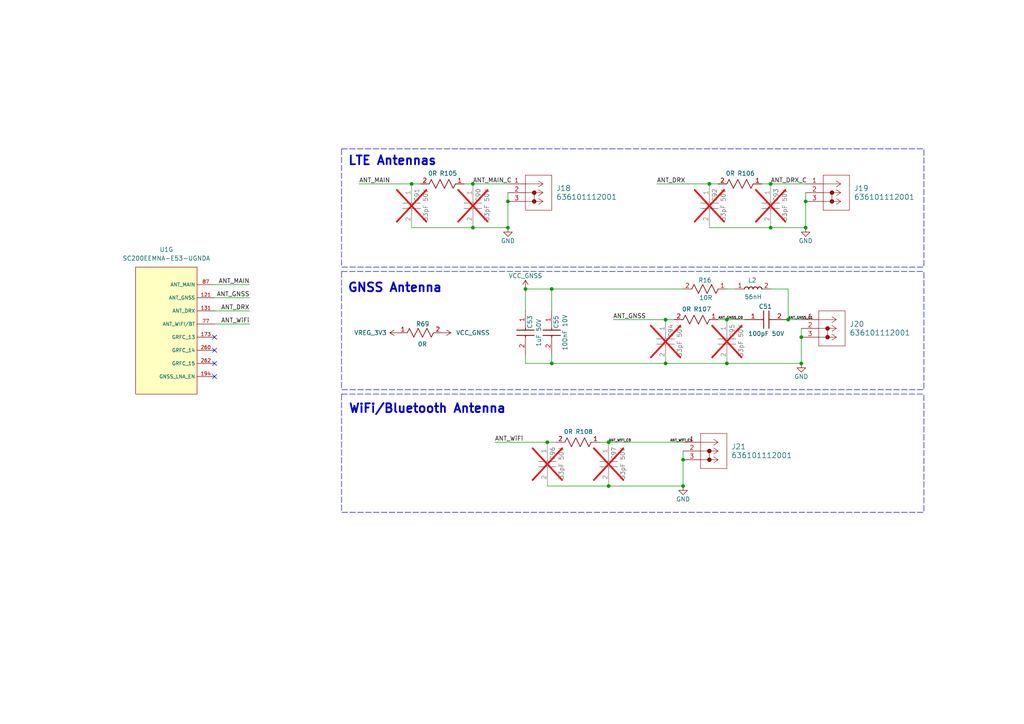
<source format=kicad_sch>
(kicad_sch (version 20250114) (generator "eeschema") (generator_version "9.0")
  (paper "A4")
  (title_block (title "Antennas") (date "2025-10-07") (rev "v1.0") (company "Author: Mehmet Cihangir") (comment 1 "CamTracker"))
  (lib_symbols
    (symbol "CamTracker:636101112001" (pin_names (offset 0.254) (hide yes))
      (property "Reference" "J" (at -3.302 6.35 0))
      (property "Value" "636101112001" (at 0.508 -6.096 0))
      (symbol "636101112001_1_1"
        (polyline (pts (xy -3.81 5.08) (xy -3.81 -5.08)) (stroke (width 0.127)))
        (polyline (pts (xy -3.81 -5.08) (xy 3.81 -5.08)) (stroke (width 0.127)))
        (circle (center -1.27 0) (radius 0.127) (stroke (width 0.508)))
        (polyline (pts (xy -1.27 0) (xy -1.27 -2.54)) (stroke (width 0.127)))
        (circle (center -1.27 -2.54) (radius 0.127) (stroke (width 0.508)))
        (polyline (pts (xy 1.27 2.54) (xy -3.81 2.54)) (stroke (width 0.127)))
        (polyline (pts (xy 1.27 2.54) (xy 0 3.3867)) (stroke (width 0.127)))
        (polyline (pts (xy 1.27 2.54) (xy 0 1.6933)) (stroke (width 0.127)))
        (polyline (pts (xy 1.27 0) (xy -3.81 0)) (stroke (width 0.127)))
        (polyline (pts (xy 1.27 0) (xy 0 0.8467)) (stroke (width 0.127)))
        (polyline (pts (xy 1.27 0) (xy 0 -0.8467)) (stroke (width 0.127)))
        (polyline (pts (xy 1.27 -2.54) (xy -3.81 -2.54)) (stroke (width 0.127)))
        (polyline (pts (xy 1.27 -2.54) (xy 0 -1.6933)) (stroke (width 0.127)))
        (polyline (pts (xy 1.27 -2.54) (xy 0 -3.3867)) (stroke (width 0.127)))
        (polyline (pts (xy 3.81 5.08) (xy -3.81 5.08)) (stroke (width 0.127)))
        (polyline (pts (xy 3.81 -5.08) (xy 3.81 5.08)) (stroke (width 0.127)))
        (pin passive line (at -8.89 2.54 0) (length 5.08) (name "SIGNAL") (number "1"))
        (pin passive line (at -8.89 0 0) (length 5.08) (name "GND") (number "2"))
        (pin passive line (at -8.89 -2.54 0) (length 5.08) (name "GND") (number "3"))
      )
      (symbol "636101112001_1_2"
        (polyline (pts (xy 5.08 2.54) (xy 5.08 -7.62)) (stroke (width 0.127)))
        (polyline (pts (xy 5.08 -7.62) (xy 12.7 -7.62)) (stroke (width 0.127)))
        (polyline (pts (xy 6.35 -2.54) (xy 6.35 -5.08)) (stroke (width 0.127)))
        (circle (center 6.35 -2.54) (radius 0.127) (stroke (width 0.508)))
        (circle (center 6.35 -5.08) (radius 0.127) (stroke (width 0.508)))
        (polyline (pts (xy 7.62 0) (xy 5.08 0)) (stroke (width 0.127)))
        (polyline (pts (xy 7.62 0) (xy 8.89 0.8467)) (stroke (width 0.127)))
        (polyline (pts (xy 7.62 0) (xy 8.89 -0.8467)) (stroke (width 0.127)))
        (polyline (pts (xy 7.62 -2.54) (xy 5.08 -2.54)) (stroke (width 0.127)))
        (polyline (pts (xy 7.62 -2.54) (xy 8.89 -1.6933)) (stroke (width 0.127)))
        (polyline (pts (xy 7.62 -2.54) (xy 8.89 -3.3867)) (stroke (width 0.127)))
        (polyline (pts (xy 7.62 -5.08) (xy 5.08 -5.08)) (stroke (width 0.127)))
        (polyline (pts (xy 7.62 -5.08) (xy 8.89 -4.2333)) (stroke (width 0.127)))
        (polyline (pts (xy 7.62 -5.08) (xy 8.89 -5.9267)) (stroke (width 0.127)))
        (polyline (pts (xy 12.7 2.54) (xy 5.08 2.54)) (stroke (width 0.127)))
        (polyline (pts (xy 12.7 -7.62) (xy 12.7 2.54)) (stroke (width 0.127)))
        (pin unspecified line (at 0 0 0) (length 5.08) (name "SIGNAL") (number "1"))
        (pin unspecified line (at 0 -2.54 0) (length 5.08) (name "GND") (number "2"))
        (pin unspecified line (at 0 -5.08 0) (length 5.08) (name "GND") (number "3"))
      )
    )
    (symbol "CamTracker:744784156A" (pin_names (hide yes))
      (property "Reference" "L" (at -5.588 5.842 0))
      (property "Value" "56nH" (at -5.588 3.302 0))
      (symbol "744784156A_1_1"
        (arc (start -2.54 0) (mid -1.905 0.6103) (end -1.27 0) (stroke (width 0.254)))
        (arc (start -1.27 0) (mid -0.635 0.6103) (end 0 0) (stroke (width 0.254)))
        (arc (start 0 0) (mid 0.635 0.6103) (end 1.27 0) (stroke (width 0.254)))
        (arc (start 1.27 0) (mid 1.905 0.6103) (end 2.54 0) (stroke (width 0.254)))
        (pin passive line (at -5.08 0 0) (length 2.54) (name "1") (number "1"))
        (pin passive line (at 5.08 0 180) (length 2.54) (name "2") (number "2"))
      )
    )
    (symbol "CamTracker:CRCW08050000Z0EA" (pin_names (hide yes))
      (property "Reference" "R130" (at -1.778 -3.302 0))
      (property "Value" "0R" (at 2.794 -3.302 0))
      (symbol "CRCW08050000Z0EA_1_1"
        (polyline (pts (xy -3.81 0) (xy -3.175 1.27)) (stroke (width 0.2032)))
        (polyline (pts (xy -3.175 1.27) (xy -1.905 -1.27)) (stroke (width 0.2032)))
        (polyline (pts (xy -1.905 -1.27) (xy -0.635 1.27)) (stroke (width 0.2032)))
        (polyline (pts (xy -0.635 1.27) (xy 0.635 -1.27)) (stroke (width 0.2032)))
        (polyline (pts (xy 0.635 -1.27) (xy 1.905 1.27)) (stroke (width 0.2032)))
        (polyline (pts (xy 1.905 1.27) (xy 3.175 -1.27)) (stroke (width 0.2032)))
        (polyline (pts (xy 3.175 -1.27) (xy 3.81 0)) (stroke (width 0.2032)))
        (pin passive line (at -6.35 0 0) (length 2.54) (name "") (number "2"))
        (pin passive line (at 6.35 0 180) (length 2.54) (name "") (number "1"))
      )
    )
    (symbol "CamTracker:GRM1555C1H101JA01J" (pin_names (hide yes))
      (property "Reference" "C" (at -0.508 4.826 0))
      (property "Value" "100pF 50V" (at -4.318 -3.048 0))
      (symbol "GRM1555C1H101JA01J_1_1"
        (polyline (pts (xy -1.27 0) (xy -0.762 0)) (stroke (width 0.254)))
        (polyline (pts (xy -0.762 2.54) (xy -0.762 -2.54)) (stroke (width 0.254)))
        (polyline (pts (xy 0.762 2.54) (xy 0.762 -2.54)) (stroke (width 0.254)))
        (polyline (pts (xy 0.762 0) (xy 1.27 0)) (stroke (width 0.254)))
        (pin passive line (at -6.35 0 0) (length 5.08) (name "1") (number "1"))
        (pin passive line (at 6.35 0 180) (length 5.08) (name "2") (number "2"))
      )
    )
    (symbol "CamTracker:GRM1555C1H330JA01D" (pin_names (hide yes))
      (property "Reference" "C" (at -0.508 4.826 0))
      (property "Value" "33pF 50V" (at -4.318 -3.048 0))
      (symbol "GRM1555C1H330JA01D_1_1"
        (polyline (pts (xy -1.27 0) (xy -0.762 0)) (stroke (width 0.254)))
        (polyline (pts (xy -0.762 2.54) (xy -0.762 -2.54)) (stroke (width 0.254)))
        (polyline (pts (xy 0.762 2.54) (xy 0.762 -2.54)) (stroke (width 0.254)))
        (polyline (pts (xy 0.762 0) (xy 1.27 0)) (stroke (width 0.254)))
        (pin passive line (at -6.35 0 0) (length 5.08) (name "1") (number "1"))
        (pin passive line (at 6.35 0 180) (length 5.08) (name "2") (number "2"))
      )
    )
    (symbol "CamTracker:GRM155R61H105KE05D" (pin_names (hide yes))
      (property "Reference" "C" (at -0.762 4.572 0))
      (property "Value" "1uF 50V" (at -4.064 -2.794 0))
      (symbol "GRM155R61H105KE05D_1_1"
        (polyline (pts (xy -1.27 0) (xy -0.762 0)) (stroke (width 0.254)))
        (polyline (pts (xy -0.762 2.54) (xy -0.762 -2.54)) (stroke (width 0.254)))
        (polyline (pts (xy 0.762 2.54) (xy 0.762 -2.54)) (stroke (width 0.254)))
        (polyline (pts (xy 0.762 0) (xy 1.27 0)) (stroke (width 0.254)))
        (pin passive line (at -6.35 0 0) (length 5.08) (name "1") (number "1"))
        (pin passive line (at 6.35 0 180) (length 5.08) (name "2") (number "2"))
      )
    )
    (symbol "CamTracker:GRM155R71A104KA01D" (pin_names (hide yes))
      (property "Reference" "C" (at -1.016 4.318 0))
      (property "Value" "100nF 10V" (at -4.826 -3.048 0))
      (symbol "GRM155R71A104KA01D_1_1"
        (polyline (pts (xy -1.27 0) (xy -0.762 0)) (stroke (width 0.254)))
        (polyline (pts (xy -0.762 2.54) (xy -0.762 -2.54)) (stroke (width 0.254)))
        (polyline (pts (xy 0.762 2.54) (xy 0.762 -2.54)) (stroke (width 0.254)))
        (polyline (pts (xy 0.762 0) (xy 1.27 0)) (stroke (width 0.254)))
        (pin passive line (at -6.35 0 0) (length 5.08) (name "1") (number "1"))
        (pin passive line (at 6.35 0 180) (length 5.08) (name "2") (number "2"))
      )
    )
    (symbol "CamTracker:RC0402JR-070RL" (pin_names (offset 0.254))
      (property "Reference" "R" (at 0 3.302 0))
      (property "Value" "0R" (at 0 -3.81 0))
      (symbol "RC0402JR-070RL_1_1"
        (polyline (pts (xy -3.81 0) (xy -3.175 1.27)) (stroke (width 0.2032)))
        (polyline (pts (xy -3.175 1.27) (xy -1.905 -1.27)) (stroke (width 0.2032)))
        (polyline (pts (xy -1.905 -1.27) (xy -0.635 1.27)) (stroke (width 0.2032)))
        (polyline (pts (xy -0.635 1.27) (xy 0.635 -1.27)) (stroke (width 0.2032)))
        (polyline (pts (xy 0.635 -1.27) (xy 1.905 1.27)) (stroke (width 0.2032)))
        (polyline (pts (xy 1.905 1.27) (xy 3.175 -1.27)) (stroke (width 0.2032)))
        (polyline (pts (xy 3.175 -1.27) (xy 3.81 0)) (stroke (width 0.2032)))
        (pin passive line (at -6.35 0 0) (length 2.54) (name "") (number "2"))
        (pin passive line (at 6.35 0 180) (length 2.54) (name "") (number "1"))
      )
      (symbol "RC0402JR-070RL_1_2"
        (polyline (pts (xy -1.27 8.255) (xy 1.27 9.525)) (stroke (width 0.2032)))
        (polyline (pts (xy -1.27 5.715) (xy 1.27 6.985)) (stroke (width 0.2032)))
        (polyline (pts (xy -1.27 3.175) (xy 1.27 4.445)) (stroke (width 0.2032)))
        (polyline (pts (xy 0 2.54) (xy -1.27 3.175)) (stroke (width 0.2032)))
        (polyline (pts (xy 1.27 9.525) (xy 0 10.16)) (stroke (width 0.2032)))
        (polyline (pts (xy 1.27 6.985) (xy -1.27 8.255)) (stroke (width 0.2032)))
        (polyline (pts (xy 1.27 4.445) (xy -1.27 5.715)) (stroke (width 0.2032)))
        (pin unspecified line (at 0 12.7 270) (length 2.54) (name "") (number "1"))
        (pin unspecified line (at 0 0 90) (length 2.54) (name "") (number "2"))
      )
    )
    (symbol "CamTracker:RC0402JR-0710RL" (pin_names (offset 0.254))
      (property "Reference" "R" (at 0 3.302 0))
      (property "Value" "10R" (at 0 -3.81 0))
      (symbol "RC0402JR-0710RL_1_1"
        (polyline (pts (xy -3.81 0) (xy -3.175 1.27)) (stroke (width 0.2032)))
        (polyline (pts (xy -3.175 1.27) (xy -1.905 -1.27)) (stroke (width 0.2032)))
        (polyline (pts (xy -1.905 -1.27) (xy -0.635 1.27)) (stroke (width 0.2032)))
        (polyline (pts (xy -0.635 1.27) (xy 0.635 -1.27)) (stroke (width 0.2032)))
        (polyline (pts (xy 0.635 -1.27) (xy 1.905 1.27)) (stroke (width 0.2032)))
        (polyline (pts (xy 1.905 1.27) (xy 3.175 -1.27)) (stroke (width 0.2032)))
        (polyline (pts (xy 3.175 -1.27) (xy 3.81 0)) (stroke (width 0.2032)))
        (pin passive line (at -6.35 0 0) (length 2.54) (name "") (number "2"))
        (pin passive line (at 6.35 0 180) (length 2.54) (name "") (number "1"))
      )
      (symbol "RC0402JR-0710RL_1_2"
        (polyline (pts (xy -1.27 8.255) (xy 1.27 9.525)) (stroke (width 0.2032)))
        (polyline (pts (xy -1.27 5.715) (xy 1.27 6.985)) (stroke (width 0.2032)))
        (polyline (pts (xy -1.27 3.175) (xy 1.27 4.445)) (stroke (width 0.2032)))
        (polyline (pts (xy 0 2.54) (xy -1.27 3.175)) (stroke (width 0.2032)))
        (polyline (pts (xy 1.27 9.525) (xy 0 10.16)) (stroke (width 0.2032)))
        (polyline (pts (xy 1.27 6.985) (xy -1.27 8.255)) (stroke (width 0.2032)))
        (polyline (pts (xy 1.27 4.445) (xy -1.27 5.715)) (stroke (width 0.2032)))
        (pin unspecified line (at 0 12.7 270) (length 2.54) (name "") (number "1"))
        (pin unspecified line (at 0 0 90) (length 2.54) (name "") (number "2"))
      )
    )
    (symbol "CamTracker:SC200E"
      (property "Reference" "U" (at -34.544 72.644 0))
      (property "Value" "SC200EEMNA-E53-UGNDA" (at 39.116 -77.089 0))
      (symbol "SC200E_1_0"
        (unit_name "Power")
        (pin passive line (at -40.64 64.77 0) (length 5.08) (name "GND") (number "3"))
        (pin passive line (at -40.64 62.23 0) (length 5.08) (name "GND") (number "7"))
        (pin passive line (at -40.64 59.69 0) (length 5.08) (name "GND") (number "12"))
        (pin passive line (at -40.64 57.15 0) (length 5.08) (name "GND") (number "15"))
        (pin passive line (at -40.64 54.61 0) (length 5.08) (name "GND") (number "27"))
        (pin passive line (at -40.64 52.07 0) (length 5.08) (name "GND") (number "51"))
        (pin passive line (at -40.64 49.53 0) (length 5.08) (name "GND") (number "62"))
        (pin passive line (at -40.64 46.99 0) (length 5.08) (name "GND") (number "69"))
        (pin passive line (at -40.64 44.45 0) (length 5.08) (name "GND") (number "76"))
        (pin passive line (at -40.64 41.91 0) (length 5.08) (name "GND") (number "78"))
        (pin passive line (at -40.64 39.37 0) (length 5.08) (name "GND") (number "85"))
        (pin passive line (at -40.64 36.83 0) (length 5.08) (name "GND") (number "86"))
        (pin passive line (at -40.64 34.29 0) (length 5.08) (name "GND") (number "88"))
        (pin passive line (at -40.64 31.75 0) (length 5.08) (name "GND") (number "89"))
        (pin passive line (at -40.64 29.21 0) (length 5.08) (name "GND") (number "120"))
        (pin passive line (at -40.64 26.67 0) (length 5.08) (name "GND") (number "122"))
        (pin passive line (at -40.64 24.13 0) (length 5.08) (name "GND") (number "130"))
        (pin passive line (at -40.64 21.59 0) (length 5.08) (name "GND") (number "132"))
        (pin passive line (at -40.64 19.05 0) (length 5.08) (name "GND") (number "135"))
        (pin passive line (at -40.64 16.51 0) (length 5.08) (name "GND") (number "140"))
        (pin passive line (at -40.64 13.97 0) (length 5.08) (name "GND") (number "143"))
        (pin passive line (at -40.64 11.43 0) (length 5.08) (name "GND") (number "144"))
        (pin passive line (at -40.64 8.89 0) (length 5.08) (name "GND") (number "162"))
        (pin passive line (at -40.64 6.35 0) (length 5.08) (name "GND") (number "171"))
        (pin passive line (at -40.64 3.81 0) (length 5.08) (name "GND") (number "172"))
        (pin passive line (at -40.64 1.27 0) (length 5.08) (name "GND") (number "176"))
        (pin passive line (at -40.64 -1.27 0) (length 5.08) (name "GND") (number "187"))
        (pin passive line (at -40.64 -3.81 0) (length 5.08) (name "GND") (number "188"))
        (pin passive line (at -40.64 -6.35 0) (length 5.08) (name "GND") (number "189"))
        (pin passive line (at -40.64 -8.89 0) (length 5.08) (name "GND") (number "190"))
        (pin passive line (at -40.64 -11.43 0) (length 5.08) (name "GND") (number "191"))
        (pin passive line (at -40.64 -13.97 0) (length 5.08) (name "GND") (number "202"))
        (pin passive line (at -40.64 -16.51 0) (length 5.08) (name "GND") (number "203"))
        (pin passive line (at -40.64 -19.05 0) (length 5.08) (name "GND") (number "204"))
        (pin passive line (at -40.64 -21.59 0) (length 5.08) (name "GND") (number "206"))
        (pin passive line (at -40.64 -24.13 0) (length 5.08) (name "GND") (number "207"))
        (pin passive line (at -40.64 -26.67 0) (length 5.08) (name "GND") (number "208"))
        (pin passive line (at -40.64 -29.21 0) (length 5.08) (name "GND") (number "209"))
        (pin passive line (at -40.64 -31.75 0) (length 5.08) (name "GND") (number "210"))
        (pin passive line (at -40.64 -34.29 0) (length 5.08) (name "GND") (number "211"))
        (pin passive line (at -40.64 -36.83 0) (length 5.08) (name "GND") (number "212"))
        (pin passive line (at -40.64 -39.37 0) (length 5.08) (name "GND") (number "213"))
        (pin passive line (at -40.64 -41.91 0) (length 5.08) (name "GND") (number "214"))
        (pin passive line (at -40.64 -44.45 0) (length 5.08) (name "GND") (number "215"))
        (pin passive line (at -40.64 -46.99 0) (length 5.08) (name "GND") (number "216"))
        (pin passive line (at -40.64 -49.53 0) (length 5.08) (name "GND") (number "217"))
        (pin passive line (at -40.64 -52.07 0) (length 5.08) (name "GND") (number "218"))
        (pin passive line (at -40.64 -54.61 0) (length 5.08) (name "GND") (number "219"))
        (pin passive line (at -40.64 -57.15 0) (length 5.08) (name "GND") (number "220"))
        (pin passive line (at -40.64 -59.69 0) (length 5.08) (name "GND") (number "221"))
        (pin passive line (at -40.64 -62.23 0) (length 5.08) (name "GND") (number "222"))
        (pin passive line (at -40.64 -64.77 0) (length 5.08) (name "GND") (number "223"))
        (pin passive line (at -40.64 -67.31 0) (length 5.08) (name "GND") (number "224"))
        (pin passive line (at -25.4 -76.2 90) (length 5.08) (name "RESERVED") (number "16"))
        (pin passive line (at -21.59 -76.2 90) (length 5.08) (name "RESERVED") (number "167"))
        (pin passive line (at -17.78 -76.2 90) (length 5.08) (name "RESERVED") (number "168"))
        (pin passive line (at -13.97 -76.2 90) (length 5.08) (name "RESERVED") (number "169"))
        (pin passive line (at -10.16 -76.2 90) (length 5.08) (name "RESERVED") (number "170"))
        (pin passive line (at -6.35 -76.2 90) (length 5.08) (name "RESERVED") (number "174"))
        (pin passive line (at -2.54 -76.2 90) (length 5.08) (name "RESERVED") (number "175"))
        (pin passive line (at 1.27 -76.2 90) (length 5.08) (name "RESERVED") (number "178"))
        (pin passive line (at 5.08 -76.2 90) (length 5.08) (name "RESERVED") (number "179"))
        (pin passive line (at 8.89 -76.2 90) (length 5.08) (name "RESERVED") (number "193"))
        (pin passive line (at 12.7 -76.2 90) (length 5.08) (name "RESERVED") (number "232"))
        (pin passive line (at 16.51 -76.2 90) (length 5.08) (name "RESERVED") (number "242"))
        (pin passive line (at 20.32 -76.2 90) (length 5.08) (name "RESERVED") (number "257"))
        (pin passive line (at 24.13 -76.2 90) (length 5.08) (name "RESERVED") (number "263"))
        (pin power_in line (at 39.37 64.77 180) (length 5.08) (name "VBAT") (number "1"))
        (pin power_in line (at 39.37 62.23 180) (length 5.08) (name "VBAT") (number "2"))
        (pin power_in line (at 39.37 59.69 180) (length 5.08) (name "VBAT") (number "145"))
        (pin power_in line (at 39.37 57.15 180) (length 5.08) (name "VBAT") (number "146"))
        (pin power_out line (at 39.37 52.07 180) (length 5.08) (name "LDO15A_1V8") (number "111"))
        (pin power_out line (at 39.37 49.53 180) (length 5.08) (name "LDO_IOVDD") (number "125"))
        (pin passive line (at 39.37 46.99 180) (length 5.08) (name "VRTC") (number "126"))
        (pin power_out line (at 39.37 44.45 180) (length 5.08) (name "VDD_2V8") (number "129"))
        (pin power_out line (at 39.37 41.91 180) (length 5.08) (name "LDO17A_3V0") (number "156"))
        (pin power_out line (at 39.37 39.37 180) (length 5.08) (name "VPH_PWR") (number "184"))
        (pin power_out line (at 39.37 34.29 180) (length 5.08) (name "BAT_P") (number "133"))
        (pin input line (at 39.37 31.75 180) (length 5.08) (name "BATH_THERM") (number "134"))
        (pin power_out line (at 39.37 29.21 180) (length 5.08) (name "BAT_M") (number "183"))
        (pin input line (at 39.37 26.67 180) (length 5.08) (name "BAT_ID") (number "185"))
        (pin passive line (at 39.37 21.59 180) (length 5.08) (name "CBL_PWR_N") (number "186"))
        (pin passive line (at 39.37 15.24 180) (length 5.08) (name "GND") (number "274"))
        (pin passive line (at 39.37 12.7 180) (length 5.08) (name "GND") (number "273"))
        (pin passive line (at 39.37 10.16 180) (length 5.08) (name "GND") (number "272"))
        (pin passive line (at 39.37 7.62 180) (length 5.08) (name "GND") (number "271"))
        (pin passive line (at 39.37 5.08 180) (length 5.08) (name "GND") (number "269"))
        (pin passive line (at 39.37 2.54 180) (length 5.08) (name "GND") (number "268"))
        (pin passive line (at 39.37 0 180) (length 5.08) (name "GND") (number "266"))
        (pin passive line (at 39.37 -2.54 180) (length 5.08) (name "GND") (number "261"))
        (pin passive line (at 39.37 -5.08 180) (length 5.08) (name "GND") (number "259"))
        (pin passive line (at 39.37 -7.62 180) (length 5.08) (name "GND") (number "258"))
        (pin passive line (at 39.37 -10.16 180) (length 5.08) (name "GND") (number "256"))
        (pin passive line (at 39.37 -12.7 180) (length 5.08) (name "GND") (number "255"))
        (pin passive line (at 39.37 -15.24 180) (length 5.08) (name "GND") (number "251"))
        (pin passive line (at 39.37 -17.78 180) (length 5.08) (name "GND") (number "250"))
        (pin passive line (at 39.37 -20.32 180) (length 5.08) (name "GND") (number "248"))
        (pin passive line (at 39.37 -22.86 180) (length 5.08) (name "GND") (number "247"))
        (pin passive line (at 39.37 -25.4 180) (length 5.08) (name "GND") (number "245"))
        (pin passive line (at 39.37 -27.94 180) (length 5.08) (name "GND") (number "244"))
        (pin passive line (at 39.37 -30.48 180) (length 5.08) (name "GND") (number "243"))
        (pin passive line (at 39.37 -33.02 180) (length 5.08) (name "GND") (number "241"))
        (pin passive line (at 39.37 -35.56 180) (length 5.08) (name "GND") (number "240"))
        (pin passive line (at 39.37 -38.1 180) (length 5.08) (name "GND") (number "238"))
        (pin passive line (at 39.37 -40.64 180) (length 5.08) (name "GND") (number "237"))
        (pin passive line (at 39.37 -43.18 180) (length 5.08) (name "GND") (number "236"))
        (pin passive line (at 39.37 -45.72 180) (length 5.08) (name "GND") (number "235"))
        (pin passive line (at 39.37 -48.26 180) (length 5.08) (name "GND") (number "234"))
        (pin passive line (at 39.37 -50.8 180) (length 5.08) (name "GND") (number "233"))
        (pin passive line (at 39.37 -53.34 180) (length 5.08) (name "GND") (number "231"))
        (pin passive line (at 39.37 -55.88 180) (length 5.08) (name "GND") (number "230"))
        (pin passive line (at 39.37 -58.42 180) (length 5.08) (name "GND") (number "229"))
        (pin passive line (at 39.37 -60.96 180) (length 5.08) (name "GND") (number "228"))
        (pin passive line (at 39.37 -63.5 180) (length 5.08) (name "GND") (number "227"))
        (pin passive line (at 39.37 -66.04 180) (length 5.08) (name "GND") (number "226"))
      )
      (symbol "SC200E_1_1"
        (unit_name "Power")
        (rectangle (start -35.56 69.85) (end 34.29 -71.12) (fill (type background)))
      )
      (symbol "SC200E_2_1"
        (unit_name "Display")
        (rectangle (start -10.16 36.83) (end 7.62 -34.29) (fill (type background)))
        (pin passive line (at 12.7 31.75 180) (length 5.08) (name "LCD_RST") (number "49"))
        (pin passive line (at 12.7 27.94 180) (length 5.08) (name "LCD_TE") (number "50"))
        (pin passive line (at 12.7 24.13 180) (length 5.08) (name "DSI_CLK_N") (number "52"))
        (pin passive line (at 12.7 20.32 180) (length 5.08) (name "DSI_CLK_P") (number "53"))
        (pin passive line (at 12.7 16.51 180) (length 5.08) (name "DSI_LN0_N") (number "54"))
        (pin passive line (at 12.7 12.7 180) (length 5.08) (name "DSI_LN0_P") (number "55"))
        (pin passive line (at 12.7 8.89 180) (length 5.08) (name "DSI_LN1_N") (number "56"))
        (pin passive line (at 12.7 5.08 180) (length 5.08) (name "DSI_LN1_P") (number "57"))
        (pin passive line (at 12.7 1.27 180) (length 5.08) (name "DSI_LN2_N") (number "58"))
        (pin passive line (at 12.7 -2.54 180) (length 5.08) (name "DSI_LN2_P") (number "59"))
        (pin passive line (at 12.7 -6.35 180) (length 5.08) (name "DSI_LN3_N") (number "60"))
        (pin passive line (at 12.7 -10.16 180) (length 5.08) (name "DSI_LN3_P") (number "61"))
        (pin passive line (at 12.7 -13.97 180) (length 5.08) (name "TP_RST") (number "31"))
        (pin passive line (at 12.7 -17.78 180) (length 5.08) (name "TP_INT") (number "30"))
        (pin passive line (at 12.7 -21.59 180) (length 5.08) (name "TP_I2C_SCL") (number "47"))
        (pin passive line (at 12.7 -25.4 180) (length 5.08) (name "TP_I2C_SDA") (number "48"))
        (pin passive line (at 12.7 -29.21 180) (length 5.08) (name "DSI_PWM") (number "29"))
      )
      (symbol "SC200E_3_0"
        (unit_name "Cameras")
        (pin passive line (at 16.51 69.85 180) (length 5.08) (name "CSI0_CLK_N") (number "157"))
        (pin passive line (at 16.51 66.04 180) (length 5.08) (name "CSI0_CLK_P") (number "196"))
        (pin passive line (at 16.51 59.69 180) (length 5.08) (name "CSI0_LN0_N") (number "158"))
        (pin passive line (at 16.51 55.88 180) (length 5.08) (name "CSI0_LN0_P") (number "197"))
        (pin passive line (at 16.51 49.53 180) (length 5.08) (name "CSI0_LN1_N") (number "159"))
        (pin passive line (at 16.51 45.72 180) (length 5.08) (name "CSI0_LN1_P") (number "198"))
        (pin passive line (at 16.51 39.37 180) (length 5.08) (name "CSI0_LN2_N") (number "160"))
        (pin passive line (at 16.51 35.56 180) (length 5.08) (name "CSI0_LN2_P") (number "199"))
        (pin passive line (at 16.51 29.21 180) (length 5.08) (name "CSI0_LN3_N") (number "161"))
        (pin passive line (at 16.51 25.4 180) (length 5.08) (name "CSI0_LN3_P") (number "200"))
        (pin passive line (at 16.51 19.05 180) (length 5.08) (name "CAM0_I2C_SCL") (number "83"))
        (pin passive line (at 16.51 15.24 180) (length 5.08) (name "CAM0_I2C_SDA") (number "84"))
        (pin passive line (at 16.51 11.43 180) (length 5.08) (name "CAM0_PWDN") (number "80"))
        (pin passive line (at 16.51 7.62 180) (length 5.08) (name "CAM0_MCLK") (number "74"))
        (pin passive line (at 16.51 3.81 180) (length 5.08) (name "CAM0_RST") (number "79"))
        (pin passive line (at 16.51 -5.08 180) (length 5.08) (name "CSI1_CLK_N") (number "63"))
        (pin passive line (at 16.51 -8.89 180) (length 5.08) (name "CSI1_CLK_P") (number "64"))
        (pin passive line (at 16.51 -15.24 180) (length 5.08) (name "CSI1_LN0_N") (number "65"))
        (pin passive line (at 16.51 -19.05 180) (length 5.08) (name "CSI1_LN0_P") (number "66"))
        (pin passive line (at 16.51 -25.4 180) (length 5.08) (name "CSI1_LN1_N") (number "67"))
        (pin passive line (at 16.51 -29.21 180) (length 5.08) (name "CSI1_LN1_P") (number "68"))
        (pin passive line (at 16.51 -35.56 180) (length 5.08) (name "CSI1_LN2_N") (number "72"))
        (pin passive line (at 16.51 -39.37 180) (length 5.08) (name "CSI1_LN2_P") (number "73"))
        (pin passive line (at 16.51 -45.72 180) (length 5.08) (name "CSI1_LN3_N") (number "70"))
        (pin passive line (at 16.51 -49.53 180) (length 5.08) (name "CSI1_LN3_P") (number "71"))
        (pin passive line (at 16.51 -55.88 180) (length 5.08) (name "CAM1_I2C_SCL") (number "166"))
        (pin passive line (at 16.51 -59.69 180) (length 5.08) (name "CAM1_I2C_SDA") (number "205"))
        (pin passive line (at 16.51 -63.5 180) (length 5.08) (name "CAM1_PWDN") (number "82"))
        (pin passive line (at 16.51 -67.31 180) (length 5.08) (name "CAM1_MCLK") (number "75"))
        (pin passive line (at 16.51 -71.12 180) (length 5.08) (name "CAM1_RST") (number "81"))
        (pin passive line (at 16.51 -80.01 180) (length 5.08) (name "CAM2_PWDN") (number "163"))
        (pin passive line (at 16.51 -83.82 180) (length 5.08) (name "CAM2_RST") (number "164"))
        (pin passive line (at 16.51 -87.63 180) (length 5.08) (name "CAM2_MCLK") (number "165"))
      )
      (symbol "SC200E_3_1"
        (unit_name "Cameras")
        (rectangle (start -13.97 74.295) (end 11.43 -92.71) (fill (type background)))
      )
      (symbol "SC200E_4_0"
        (unit_name "Interfaces")
        (pin passive line (at 15.24 86.36 180) (length 5.08) (name "FLASH_LED") (number "180"))
        (pin passive line (at 15.24 82.55 180) (length 5.08) (name "CHG_LED") (number "195"))
        (pin passive line (at 15.24 77.47 180) (length 5.08) (name "VOL_UP") (number "95"))
        (pin passive line (at 15.24 73.66 180) (length 5.08) (name "VOL_DOWN") (number "96"))
        (pin passive line (at 15.24 69.85 180) (length 5.08) (name "PWRKEY") (number "114"))
        (pin passive line (at 15.24 66.04 180) (length 5.08) (name "RESET_N") (number "225"))
      )
      (symbol "SC200E_4_1"
        (unit_name "Interfaces")
        (rectangle (start -22.86 90.17) (end 10.16 -88.9) (fill (type background)))
        (rectangle (start -22.86 80.01) (end 10.16 63.5))
        (rectangle (start 10.16 63.5) (end -22.86 54.61))
        (rectangle (start 10.16 54.61) (end -22.86 49.53))
        (rectangle (start 10.16 49.53) (end -22.86 44.45))
        (text "ADC" (at -20.574 53.086 0) (effects (font (size 1.27 1.27))))
        (text "Sensor " (at -18.796 62.23 0) (effects (font (size 1.27 1.27))))
        (text "Keypad " (at -18.542 78.486 0) (effects (font (size 1.27 1.27))))
        (text "GPIO/SPI/I2C" (at -15.748 42.418 0) (effects (font (size 1.27 1.27))))
        (text "Vibration Driver" (at -14.986 48.006 0) (effects (font (size 1.27 1.27))))
        (text "Flash & Indication " (at -13.208 88.9 0) (effects (font (size 1.27 1.27))))
        (pin passive line (at 15.24 60.96 180) (length 5.08) (name "SENSOR_I2C_SCL") (number "91"))
        (pin passive line (at 15.24 57.15 180) (length 5.08) (name "SENSOR_I2C_SDA") (number "92"))
        (pin passive line (at 15.24 52.07 180) (length 5.08) (name "ADC") (number "128"))
        (pin passive line (at 15.24 46.99 180) (length 5.08) (name "VIB_DRV_P") (number "28"))
        (pin passive line (at 15.24 41.91 180) (length 5.08) (name "GPIO_28") (number "33"))
        (pin passive line (at 15.24 38.1 180) (length 5.08) (name "GPIO_31") (number "97"))
        (pin passive line (at 15.24 34.29 180) (length 5.08) (name "GPIO_32") (number "99"))
        (pin passive line (at 15.24 30.48 180) (length 5.08) (name "GPIO_33") (number "108"))
        (pin passive line (at 15.24 26.67 180) (length 5.08) (name "GPIO_34") (number "109"))
        (pin passive line (at 15.24 22.86 180) (length 5.08) (name "GPIO_35") (number "107"))
        (pin passive line (at 15.24 19.05 180) (length 5.08) (name "GPIO_36") (number "110"))
        (pin passive line (at 15.24 15.24 180) (length 5.08) (name "GPIO_55") (number "100"))
        (pin passive line (at 15.24 11.43 180) (length 5.08) (name "GPIO_56") (number "106"))
        (pin passive line (at 15.24 7.62 180) (length 5.08) (name "GPIO_57") (number "112"))
        (pin passive line (at 15.24 3.81 180) (length 5.08) (name "GPIO_58") (number "113"))
        (pin passive line (at 15.24 0 180) (length 5.08) (name "GPIO_60") (number "123"))
        (pin passive line (at 15.24 -3.81 180) (length 5.08) (name "GPIO_86") (number "182"))
        (pin passive line (at 15.24 -7.62 180) (length 5.08) (name "GPIO_112") (number "177"))
        (pin passive line (at 15.24 -11.43 180) (length 5.08) (name "GPIO_111") (number "267"))
        (pin passive line (at 15.24 -15.24 180) (length 5.08) (name "GPIO_98") (number "265"))
        (pin passive line (at 15.24 -19.05 180) (length 5.08) (name "GPIO_99") (number "105"))
        (pin passive line (at 15.24 -22.86 180) (length 5.08) (name "REAR_CAM_EN/GPIO_100") (number "264"))
        (pin passive line (at 15.24 -26.67 180) (length 5.08) (name "FRONT_CAM_EN/GPIO_101") (number "239"))
        (pin passive line (at 15.24 -30.48 180) (length 5.08) (name "GPIO_102") (number "104"))
        (pin passive line (at 15.24 -34.29 180) (length 5.08) (name "GPIO_103") (number "103"))
        (pin passive line (at 15.24 -38.1 180) (length 5.08) (name "GPIO_104") (number "101"))
        (pin passive line (at 15.24 -41.91 180) (length 5.08) (name "GPIO_105") (number "102"))
        (pin passive line (at 15.24 -45.72 180) (length 5.08) (name "GPIO_106") (number "90"))
        (pin passive line (at 15.24 -49.53 180) (length 5.08) (name "GPIO_107") (number "98"))
        (pin passive line (at 15.24 -53.34 180) (length 5.08) (name "SPI_MISO/GPIO_14") (number "118"))
        (pin passive line (at 15.24 -57.15 180) (length 5.08) (name "SPI_MOSI/GPIO_15") (number "119"))
        (pin passive line (at 15.24 -60.96 180) (length 5.08) (name "SPI_CLK/GPIO_16") (number "116"))
        (pin passive line (at 15.24 -64.77 180) (length 5.08) (name "SPI_CS_N/GPIO_17") (number "117"))
        (pin passive line (at 15.24 -68.58 180) (length 5.08) (name "PMU_GPIO03") (number "124"))
        (pin passive line (at 15.24 -72.39 180) (length 5.08) (name "PMU_GPIO04") (number "115"))
        (pin passive line (at 15.24 -76.2 180) (length 5.08) (name "PMU_GPIO08") (number "127"))
        (pin passive line (at 15.24 -80.01 180) (length 5.08) (name "PMU_GPIO07") (number "201"))
        (pin passive line (at 15.24 -83.82 180) (length 5.08) (name "NFC_CLK") (number "181"))
      )
      (symbol "SC200E_5_1"
        (unit_name "USB_UARTs")
        (rectangle (start -11.43 50.8) (end 10.16 -49.53) (fill (type background)))
        (pin passive line (at 15.24 48.26 180) (length 5.08) (name "USB_BOOT") (number "46"))
        (pin passive line (at 15.24 44.45 180) (length 5.08) (name "USB_VBUS") (number "141"))
        (pin passive line (at 15.24 40.64 180) (length 5.08) (name "USB_VBUS") (number "142"))
        (pin passive line (at 15.24 36.83 180) (length 5.08) (name "USB_CC1") (number "249"))
        (pin passive line (at 15.24 33.02 180) (length 5.08) (name "USB_CC2") (number "246"))
        (pin passive line (at 15.24 29.21 180) (length 5.08) (name "USB_DM") (number "13"))
        (pin passive line (at 15.24 25.4 180) (length 5.08) (name "USB_DP") (number "14"))
        (pin passive line (at 15.24 21.59 180) (length 5.08) (name "USB_SS1_RX_P") (number "252"))
        (pin passive line (at 15.24 17.78 180) (length 5.08) (name "USB_SS1_RX_M") (number "270"))
        (pin passive line (at 15.24 13.97 180) (length 5.08) (name "USB_SS1_TX_P") (number "254"))
        (pin passive line (at 15.24 10.16 180) (length 5.08) (name "USB_SS1_TX_M") (number "253"))
        (pin passive line (at 15.24 6.35 180) (length 5.08) (name "USB_SS2_RX_P") (number "152"))
        (pin passive line (at 15.24 2.54 180) (length 5.08) (name "USB_SS2_RX_M") (number "192"))
        (pin passive line (at 15.24 -1.27 180) (length 5.08) (name "USB_SS2_TX_P") (number "150"))
        (pin passive line (at 15.24 -5.08 180) (length 5.08) (name "USB_SS2_TX_M") (number "151"))
        (pin passive line (at 15.24 -12.7 180) (length 5.08) (name "UART0_TXD") (number "34"))
        (pin passive line (at 15.24 -15.24 180) (length 5.08) (name "UART0_RXD") (number "35"))
        (pin passive line (at 15.24 -17.78 180) (length 5.08) (name "UART0_CTS") (number "36"))
        (pin passive line (at 15.24 -20.32 180) (length 5.08) (name "UART0_RTS") (number "37"))
        (pin passive line (at 15.24 -33.02 180) (length 5.08) (name "UART1_TXD") (number "154"))
        (pin passive line (at 15.24 -35.56 180) (length 5.08) (name "UART1_RXD") (number "153"))
        (pin passive line (at 15.24 -44.45 180) (length 5.08) (name "DBG_UART4_TXD") (number "94"))
        (pin passive line (at 15.24 -46.99 180) (length 5.08) (name "DBG_UART4_RXD") (number "93"))
      )
      (symbol "SC200E_6_1"
        (unit_name "SIM_SD_Cards")
        (rectangle (start -10.16 43.18) (end 10.16 -56.515) (fill (type background)))
        (pin passive line (at 15.24 39.37 180) (length 5.08) (name "USIM1_DET") (number "22"))
        (pin passive line (at 15.24 34.29 180) (length 5.08) (name "USIM1_RST") (number "23"))
        (pin passive line (at 15.24 29.21 180) (length 5.08) (name "USIM1_CLK") (number "24"))
        (pin passive line (at 15.24 24.13 180) (length 5.08) (name "USIM1_DATA") (number "25"))
        (pin passive line (at 15.24 19.05 180) (length 5.08) (name "USIM1_VDD") (number "26"))
        (pin passive line (at 15.24 11.43 180) (length 5.08) (name "USIM2_DET") (number "17"))
        (pin passive line (at 15.24 6.35 180) (length 5.08) (name "USIM2_RST") (number "18"))
        (pin passive line (at 15.24 1.27 180) (length 5.08) (name "USIM2_CLK") (number "19"))
        (pin passive line (at 15.24 -3.81 180) (length 5.08) (name "USIM2_DATA") (number "20"))
        (pin passive line (at 15.24 -8.89 180) (length 5.08) (name "USIM2_VDD") (number "21"))
        (pin passive line (at 15.24 -21.59 180) (length 5.08) (name "SD_LDO21") (number "38"))
        (pin passive line (at 15.24 -25.4 180) (length 5.08) (name "SD_LDO4") (number "32"))
        (pin passive line (at 15.24 -29.21 180) (length 5.08) (name "SD_CLK") (number "39"))
        (pin passive line (at 15.24 -33.02 180) (length 5.08) (name "SD_CMD") (number "40"))
        (pin passive line (at 15.24 -36.83 180) (length 5.08) (name "SD_DATA0") (number "41"))
        (pin passive line (at 15.24 -40.64 180) (length 5.08) (name "SD_DATA1") (number "42"))
        (pin passive line (at 15.24 -44.45 180) (length 5.08) (name "SD_DATA2") (number "43"))
        (pin passive line (at 15.24 -48.26 180) (length 5.08) (name "SD_DATA3") (number "44"))
        (pin passive line (at 15.24 -52.07 180) (length 5.08) (name "SD_DET") (number "45"))
      )
      (symbol "SC200E_7_1"
        (unit_name "Antennas")
        (rectangle (start -8.89 19.05) (end 8.89 -17.78) (fill (type background)))
        (pin passive line (at 13.97 13.97 180) (length 5.08) (name "ANT_MAIN") (number "87"))
        (pin passive line (at 13.97 10.16 180) (length 5.08) (name "ANT_GNSS") (number "121"))
        (pin passive line (at 13.97 6.35 180) (length 5.08) (name "ANT_DRX") (number "131"))
        (pin passive line (at 13.97 2.54 180) (length 5.08) (name "ANT_WIFI/BT") (number "77"))
        (pin passive line (at 13.97 -1.27 180) (length 5.08) (name "GRFC_13") (number "173"))
        (pin passive line (at 13.97 -5.08 180) (length 5.08) (name "GRFC_14") (number "260"))
        (pin passive line (at 13.97 -8.89 180) (length 5.08) (name "GRFC_15") (number "262"))
        (pin passive line (at 13.97 -12.7 180) (length 5.08) (name "GNSS_LNA_EN") (number "194"))
      )
      (symbol "SC200E_8_1"
        (unit_name "Audio")
        (rectangle (start -8.89 31.75) (end 8.89 -31.75) (fill (type background)))
        (pin passive line (at 13.97 26.67 180) (length 5.08) (name "MIC_BIAS1") (number "147"))
        (pin passive line (at 13.97 22.86 180) (length 5.08) (name "MIC1_P") (number "4"))
        (pin passive line (at 13.97 19.05 180) (length 5.08) (name "MIC1_M") (number "5"))
        (pin passive line (at 13.97 15.24 180) (length 5.08) (name "MIC2_P") (number "6"))
        (pin passive line (at 13.97 11.43 180) (length 5.08) (name "MIC3_P") (number "148"))
        (pin passive line (at 13.97 7.62 180) (length 5.08) (name "MIC3_M") (number "149"))
        (pin passive line (at 13.97 3.81 180) (length 5.08) (name "MIC_BIAS3") (number "155"))
        (pin passive line (at 13.97 0 180) (length 5.08) (name "EAR_P") (number "8"))
        (pin passive line (at 13.97 -3.81 180) (length 5.08) (name "EAR_M") (number "9"))
        (pin passive line (at 13.97 -7.62 180) (length 5.08) (name "LINEOUT_P") (number "10"))
        (pin passive line (at 13.97 -11.43 180) (length 5.08) (name "LINEOUT_M") (number "11"))
        (pin passive line (at 13.97 -15.24 180) (length 5.08) (name "HPH_R") (number "136"))
        (pin passive line (at 13.97 -19.05 180) (length 5.08) (name "HPH_GND") (number "137"))
        (pin passive line (at 13.97 -22.86 180) (length 5.08) (name "HPH_L") (number "138"))
        (pin passive line (at 13.97 -26.67 180) (length 5.08) (name "HS_DET") (number "139"))
      )
    )
    (symbol "power:GND" (power) (pin_numbers (hide yes)) (pin_names (offset 0) (hide yes))
      (property "Value" "GND" (at 0 -3.81 0))
      (symbol "GND_0_1"
        (polyline (pts (xy 0 0) (xy 0 -1.27) (xy 1.27 -1.27) (xy 0 -2.54) (xy -1.27 -1.27) (xy 0 -1.27)))
      )
      (symbol "GND_1_1"
        (pin power_in line (at 0 0 270) (length 0) (name "~") (number "1"))
      )
    )
    (symbol "power:VDD" (power) (pin_numbers (hide yes)) (pin_names (offset 0) (hide yes))
      (property "Value" "VDD" (at 0 3.556 0))
      (symbol "VDD_0_1"
        (polyline (pts (xy -0.762 1.27) (xy 0 2.54)))
        (polyline (pts (xy 0 2.54) (xy 0.762 1.27)))
        (polyline (pts (xy 0 0) (xy 0 2.54)))
      )
      (symbol "VDD_1_1"
        (pin power_in line (at 0 0 90) (length 0) (name "~") (number "1"))
      )
    )
  )
  (rectangle (start 99.06 43.18) (end 267.97 77.47) (stroke (width 0) (type dash)))
  (rectangle (start 99.06 114.3) (end 267.97 148.59) (stroke (width 0) (type dash)))
  (rectangle (start 99.06 78.74) (end 267.97 113.03) (stroke (width 0) (type dash)))
  (text "WiFi/Bluetooth Antenna" (at 123.952 118.618 0) (effects (font (size 2.54 2.54) (thickness 0.508) (bold yes))))
  (text "LTE Antennas" (at 113.792 46.736 0) (effects (font (size 2.54 2.54) (thickness 0.508) (bold yes))))
  (text "GNSS Antenna" (at 114.554 83.566 0) (effects (font (size 2.54 2.54) (thickness 0.508) (bold yes))))
  (junction (at 160.02 105.41))
  (junction (at 176.53 140.97))
  (junction (at 210.82 92.71))
  (junction (at 210.82 105.41))
  (junction (at 232.41 105.41))
  (junction (at 223.52 53.34))
  (junction (at 147.32 58.42))
  (junction (at 158.75 128.27))
  (junction (at 137.16 66.04))
  (junction (at 198.12 140.97))
  (junction (at 147.32 66.04))
  (junction (at 232.41 97.79))
  (junction (at 193.04 92.71))
  (junction (at 152.4 83.82))
  (junction (at 160.02 83.82))
  (junction (at 223.52 66.04))
  (junction (at 176.53 128.27))
  (junction (at 233.68 58.42))
  (junction (at 198.12 133.35))
  (junction (at 233.68 66.04))
  (junction (at 119.38 53.34))
  (junction (at 137.16 53.34))
  (junction (at 193.04 105.41))
  (junction (at 228.6 92.71))
  (junction (at 205.74 53.34))
  (no_connect (at 62.23 105.41))
  (no_connect (at 62.23 101.6))
  (no_connect (at 62.23 97.79))
  (no_connect (at 62.23 109.22))
  (wire (pts (xy 233.68 58.42) (xy 233.68 66.04)))
  (wire (pts (xy 160.02 102.87) (xy 160.02 105.41)))
  (wire (pts (xy 223.52 66.04) (xy 233.68 66.04)))
  (wire (pts (xy 176.53 128.27) (xy 173.99 128.27)))
  (wire (pts (xy 152.4 83.82) (xy 160.02 83.82)))
  (wire (pts (xy 210.82 105.41) (xy 232.41 105.41)))
  (wire (pts (xy 104.14 53.34) (xy 119.38 53.34)))
  (wire (pts (xy 223.52 83.82) (xy 228.6 83.82)))
  (wire (pts (xy 210.82 92.71) (xy 215.9 92.71)))
  (wire (pts (xy 198.12 133.35) (xy 198.12 140.97)))
  (wire (pts (xy 160.02 105.41) (xy 193.04 105.41)))
  (wire (pts (xy 228.6 92.71) (xy 232.41 92.71)))
  (wire (pts (xy 147.32 58.42) (xy 147.32 66.04)))
  (wire (pts (xy 193.04 92.71) (xy 195.58 92.71)))
  (wire (pts (xy 134.62 53.34) (xy 137.16 53.34)))
  (wire (pts (xy 137.16 53.34) (xy 147.32 53.34)))
  (wire (pts (xy 147.32 55.88) (xy 147.32 58.42)))
  (wire (pts (xy 152.4 102.87) (xy 152.4 105.41)))
  (wire (pts (xy 72.39 93.98) (xy 62.23 93.98)))
  (wire (pts (xy 137.16 66.04) (xy 147.32 66.04)))
  (wire (pts (xy 205.74 66.04) (xy 223.52 66.04)))
  (wire (pts (xy 232.41 97.79) (xy 232.41 105.41)))
  (wire (pts (xy 72.39 86.36) (xy 62.23 86.36)))
  (wire (pts (xy 72.39 82.55) (xy 62.23 82.55)))
  (wire (pts (xy 160.02 83.82) (xy 160.02 90.17)))
  (wire (pts (xy 228.6 83.82) (xy 228.6 92.71)))
  (wire (pts (xy 232.41 95.25) (xy 232.41 97.79)))
  (wire (pts (xy 158.75 140.97) (xy 176.53 140.97)))
  (wire (pts (xy 176.53 140.97) (xy 198.12 140.97)))
  (wire (pts (xy 233.68 55.88) (xy 233.68 58.42)))
  (wire (pts (xy 176.53 128.27) (xy 198.12 128.27)))
  (wire (pts (xy 119.38 53.34) (xy 121.92 53.34)))
  (wire (pts (xy 223.52 53.34) (xy 233.68 53.34)))
  (wire (pts (xy 160.02 83.82) (xy 198.12 83.82)))
  (wire (pts (xy 143.51 128.27) (xy 158.75 128.27)))
  (wire (pts (xy 152.4 83.82) (xy 152.4 90.17)))
  (wire (pts (xy 205.74 53.34) (xy 208.28 53.34)))
  (wire (pts (xy 177.8 92.71) (xy 193.04 92.71)))
  (wire (pts (xy 208.28 92.71) (xy 210.82 92.71)))
  (wire (pts (xy 72.39 90.17) (xy 62.23 90.17)))
  (wire (pts (xy 198.12 130.81) (xy 198.12 133.35)))
  (wire (pts (xy 213.36 83.82) (xy 210.82 83.82)))
  (wire (pts (xy 152.4 105.41) (xy 160.02 105.41)))
  (wire (pts (xy 193.04 105.41) (xy 210.82 105.41)))
  (wire (pts (xy 220.98 53.34) (xy 223.52 53.34)))
  (wire (pts (xy 190.5 53.34) (xy 205.74 53.34)))
  (wire (pts (xy 119.38 66.04) (xy 137.16 66.04)))
  (wire (pts (xy 158.75 128.27) (xy 161.29 128.27)))
  (label "ANT_GNSS_C0" (at 208.28 92.71 0) (effects (font (size 0.7 0.7))))
  (label "ANT_MAIN" (at 104.14 53.34 0))
  (label "ANT_DRX" (at 190.5 53.34 0))
  (label "ANT_WiFi_C1" (at 194.31 128.27 0) (effects (font (size 0.7 0.7))))
  (label "ANT_MAIN" (at 72.39 82.55 180))
  (label "ANT_WiFi" (at 72.39 93.98 180))
  (label "ANT_MAIN_C" (at 137.16 53.34 0))
  (label "ANT_DRX" (at 72.39 90.17 180))
  (label "ANT_GNSS" (at 72.39 86.36 180))
  (label "ANT_GNSS_C1" (at 228.6 92.71 0) (effects (font (size 0.7 0.7))))
  (label "ANT_WiFi" (at 143.51 128.27 0))
  (label "ANT_GNSS" (at 177.8 92.71 0))
  (label "ANT_WiFi_C0" (at 176.53 128.27 0) (effects (font (size 0.7 0.7))))
  (label "ANT_DRX_C" (at 223.52 53.34 0))
  (symbol (lib_id "power:GND") (at 233.68 66.04 0) (unit 1)
    (property "Reference" "#PWR0147" (effects (hide yes)))
    (property "Value" "GND" (at 233.68 69.85 0))
    (property "Description" "Power symbol creates a global label with name \"GND\" , ground" (effects (hide yes)))
  )
  (symbol (lib_id "CamTracker:GRM155R61H105KE05D") (at 152.4 96.52 270) (unit 1)
    (property "Reference" "C53" (at 153.67 91.44 0) (effects (justify left)))
    (property "Value" "1uF 50V" (at 156.972 92.456 0) (effects (justify left top)))
    (property "Footprint" "CamTracker:CAPC1005X55N" (effects (hide yes)))
    (property "Datasheet" "https://search.murata.co.jp/Ceramy/image/img/A01X/G101/ENG/GRM155R61H105KE05-01A.pdf" (effects (hide yes)))
    (property "Description" "Capacitor 1uF, 50V, X5R, 0402" (effects (hide yes)))
    (property "Manufacturer" "Murata Electronics" (effects (hide yes)))
    (property "Part Number" "GRM155R61H105KE05D" (effects (hide yes)))
  )
  (symbol (lib_id "CamTracker:RC0402JR-0710RL") (at 204.47 83.82 0) (unit 1)
    (property "Reference" "R16" (at 204.47 81.28 0))
    (property "Value" "10R" (at 204.724 86.36 0))
    (property "Footprint" "CamTracker:RC0402N_YAG" (effects (hide yes)))
    (property "Description" "Resistor 10R 1/16W CH0402" (effects (hide yes)))
    (property "Manufacturer" "YAGEO" (effects (hide yes)))
    (property "Part Number" "RC0402JR-0710RL" (effects (hide yes)))
  )
  (symbol (lib_id "CamTracker:744784156A") (at 218.44 83.82 0) (unit 1)
    (property "Reference" "L2" (at 218.186 81.28 0))
    (property "Value" "56nH" (at 218.44 86.106 0))
    (property "Footprint" "CamTracker:INDC1005X60N" (effects (hide yes)))
    (property "Datasheet" "https://componentsearchengine.com/Datasheets/2/744784156A.pdf" (effects (hide yes)))
    (property "Description" "Inductor 56 nH Ceramic Multilayer SMD Inductor, 0402A Case, SRF: 750MHz Q: 8 200mA dc 1.6 Rdc" (effects (hide yes)))
    (property "Manufacturer" "Wurth Elektronik" (effects (hide yes)))
    (property "Part Number" "744784156A" (effects (hide yes)))
  )
  (symbol (lib_id "CamTracker:RC0402JR-070RL") (at 167.64 128.27 0) (unit 1)
    (property "Reference" "R108" (at 169.418 125.222 0))
    (property "Value" "0R" (at 164.846 125.222 0))
    (property "Footprint" "CamTracker:RC0402N_YAG" (effects (hide yes)))
    (property "Description" "Resistor 0R 1/16W CH0402" (effects (hide yes)))
    (property "Manufacturer" "YAGEO" (effects (hide yes)))
    (property "Part Number" "RC0402JR-070RL" (effects (hide yes)))
  )
  (symbol (lib_id "CamTracker:GRM1555C1H330JA01D") (at 210.82 99.06 270) (unit 1) (in_bom no) (dnp yes)
    (property "Reference" "C95" (at 212.344 93.98 0) (effects (justify left)))
    (property "Value" "33pF 50V" (at 214.884 94.234 0) (effects (justify left)))
    (property "Footprint" "CamTracker:CAPC1005X55N" (effects (hide yes)))
    (property "Datasheet" "http://www.murata.com/~/media/webrenewal/support/library/catalog/products/capacitor/mlcc/c02e.pdf" (effects (hide yes)))
    (property "Description" "Capacitor 33pF, 50V, X5R, 0402" (effects (hide yes)))
    (property "Manufacturer" "Murata Electronics" (effects (hide yes)))
    (property "Part Number" "GRM1555C1H330JA01D" (effects (hide yes)))
  )
  (symbol (lib_id "CamTracker:GRM1555C1H330JA01D") (at 205.74 59.69 270) (unit 1) (in_bom no) (dnp yes)
    (property "Reference" "C92" (at 207.264 54.61 0) (effects (justify left)))
    (property "Value" "33pF 50V" (at 209.804 54.864 0) (effects (justify left)))
    (property "Footprint" "CamTracker:CAPC1005X55N" (effects (hide yes)))
    (property "Datasheet" "http://www.murata.com/~/media/webrenewal/support/library/catalog/products/capacitor/mlcc/c02e.pdf" (effects (hide yes)))
    (property "Description" "Capacitor 33pF, 50V, X5R, 0402" (effects (hide yes)))
    (property "Manufacturer" "Murata Electronics" (effects (hide yes)))
    (property "Part Number" "GRM1555C1H330JA01D" (effects (hide yes)))
  )
  (symbol (lib_id "CamTracker:636101112001") (at 241.3 95.25 0) (unit 1)
    (property "Reference" "J20" (at 246.38 93.9799 0) (effects (font (size 1.524 1.524)) (justify left)))
    (property "Value" "636101112001" (at 246.38 96.5199 0) (effects (font (size 1.524 1.524)) (justify left)))
    (property "Footprint" "CamTracker:COAX2_636101112001_WRE" (effects (hide yes)))
    (property "Datasheet" "636101112001" (effects (hide yes)))
    (property "Description" "Connector IPEX MHF1 RF" (effects (hide yes)))
    (property "Manufacturer" "Wurth Elektronik" (effects (hide yes)))
    (property "Part Number" "636101112001" (effects (hide yes)))
  )
  (symbol (lib_id "power:VDD") (at 128.27 96.52 270) (unit 1)
    (property "Reference" "#PWR063" (effects (hide yes)))
    (property "Value" "VCC_GNSS" (at 137.16 96.52 90))
    (property "Description" "Power symbol creates a global label with name \"VDD\"" (effects (hide yes)))
  )
  (symbol (lib_id "power:GND") (at 198.12 140.97 0) (unit 1)
    (property "Reference" "#PWR0149" (effects (hide yes)))
    (property "Value" "GND" (at 198.12 144.78 0))
    (property "Description" "Power symbol creates a global label with name \"GND\" , ground" (effects (hide yes)))
  )
  (symbol (lib_id "CamTracker:GRM155R71A104KA01D") (at 160.02 96.52 270) (unit 1)
    (property "Reference" "C55" (at 161.29 91.44 0) (effects (justify left)))
    (property "Value" "100nF 10V" (at 164.592 91.186 0) (effects (justify left top)))
    (property "Footprint" "CamTracker:CAPC1005X55N" (effects (hide yes)))
    (property "Datasheet" "http://www.murata.com/~/media/webrenewal/support/library/catalog/products/capacitor/mlcc/c02e.pdf" (effects (hide yes)))
    (property "Description" "Capacitor 100nF, 10V, X7R, 0402" (effects (hide yes)))
    (property "Manufacturer" "Murata Electronics" (effects (hide yes)))
    (property "Part Number" "GRM155R71A104KA01D" (effects (hide yes)))
  )
  (symbol (lib_id "CamTracker:CRCW08050000Z0EA") (at 121.92 96.52 180) (unit 1)
    (property "Reference" "R69" (at 120.6499 93.98 0) (effects (justify right)))
    (property "Value" "0R" (at 121.158 99.822 0) (effects (justify right)))
    (property "Footprint" "CamTracker:RESC2012X50N" (effects (hide yes)))
    (property "Datasheet" "http://www.vishay.com/docs/20035/dcrcwe3.pdf" (effects (hide yes)))
    (property "Description" "Resistor 0R 1/8watt 0805" (effects (hide yes)))
    (property "Height" "0.5" (effects (hide yes)))
    (property "Mouser Part Number" "71-CRCW0805-0-E3" (effects (hide yes)))
    (property "Mouser Price/Stock" "https://www.mouser.co.uk/ProductDetail/Vishay-Dale/CRCW08050000Z0EA?qs=waxnFHLl2hB4NcTp6tAQPA%3D%3D" (effects (hide yes)))
    (property "Manufacturer" "Vishay" (effects (hide yes)))
    (property "Part Number" "CRCW08050000Z0EA" (effects (hide yes)))
  )
  (symbol (lib_id "CamTracker:SC200E") (at 48.26 96.52 0) (unit 7)
    (property "Reference" "U1" (at 48.26 72.39 0))
    (property "Value" "SC200EEMNA-E53-UGNDA" (at 48.26 74.93 0))
    (property "Footprint" "CamTracker:SC200E_SC206E" (effects (hide yes)))
    (property "Description" "SC200E Smart Module" (effects (hide yes)))
    (property "Manufacturer" "Quectel" (effects (hide yes)))
    (property "Part Number" "SC200EEMNA-E53-UGNDA" (effects (hide yes)))
  )
  (symbol (lib_id "CamTracker:GRM1555C1H330JA01D") (at 223.52 59.69 270) (unit 1) (in_bom no) (dnp yes)
    (property "Reference" "C93" (at 225.044 54.61 0) (effects (justify left)))
    (property "Value" "33pF 50V" (at 227.584 54.864 0) (effects (justify left)))
    (property "Footprint" "CamTracker:CAPC1005X55N" (effects (hide yes)))
    (property "Datasheet" "http://www.murata.com/~/media/webrenewal/support/library/catalog/products/capacitor/mlcc/c02e.pdf" (effects (hide yes)))
    (property "Description" "Capacitor 33pF, 50V, X5R, 0402" (effects (hide yes)))
    (property "Manufacturer" "Murata Electronics" (effects (hide yes)))
    (property "Part Number" "GRM1555C1H330JA01D" (effects (hide yes)))
  )
  (symbol (lib_id "CamTracker:GRM1555C1H330JA01D") (at 137.16 59.69 270) (unit 1) (in_bom no) (dnp yes)
    (property "Reference" "C90" (at 138.684 54.61 0) (effects (justify left)))
    (property "Value" "33pF 50V" (at 141.224 54.864 0) (effects (justify left)))
    (property "Footprint" "CamTracker:CAPC1005X55N" (effects (hide yes)))
    (property "Datasheet" "http://www.murata.com/~/media/webrenewal/support/library/catalog/products/capacitor/mlcc/c02e.pdf" (effects (hide yes)))
    (property "Description" "Capacitor 33pF, 50V, X5R, 0402" (effects (hide yes)))
    (property "Manufacturer" "Murata Electronics" (effects (hide yes)))
    (property "Part Number" "GRM1555C1H330JA01D" (effects (hide yes)))
  )
  (symbol (lib_id "power:VDD") (at 115.57 96.52 90) (unit 1)
    (property "Reference" "#PWR056" (effects (hide yes)))
    (property "Value" "VREG_3V3" (at 107.442 96.52 90))
    (property "Description" "Power symbol creates a global label with name \"VDD\"" (effects (hide yes)))
  )
  (symbol (lib_id "CamTracker:GRM1555C1H330JA01D") (at 176.53 134.62 270) (unit 1) (in_bom no) (dnp yes)
    (property "Reference" "C97" (at 178.054 129.54 0) (effects (justify left)))
    (property "Value" "33pF 50V" (at 180.594 129.794 0) (effects (justify left)))
    (property "Footprint" "CamTracker:CAPC1005X55N" (effects (hide yes)))
    (property "Datasheet" "http://www.murata.com/~/media/webrenewal/support/library/catalog/products/capacitor/mlcc/c02e.pdf" (effects (hide yes)))
    (property "Description" "Capacitor 33pF, 50V, X5R, 0402" (effects (hide yes)))
    (property "Manufacturer" "Murata Electronics" (effects (hide yes)))
    (property "Part Number" "GRM1555C1H330JA01D" (effects (hide yes)))
  )
  (symbol (lib_id "CamTracker:636101112001") (at 207.01 130.81 0) (unit 1)
    (property "Reference" "J21" (at 212.09 129.5399 0) (effects (font (size 1.524 1.524)) (justify left)))
    (property "Value" "636101112001" (at 212.09 132.0799 0) (effects (font (size 1.524 1.524)) (justify left)))
    (property "Footprint" "CamTracker:COAX2_636101112001_WRE" (effects (hide yes)))
    (property "Datasheet" "636101112001" (effects (hide yes)))
    (property "Description" "Connector IPEX MHF1 RF" (effects (hide yes)))
    (property "Manufacturer" "Wurth Elektronik" (effects (hide yes)))
    (property "Part Number" "636101112001" (effects (hide yes)))
  )
  (symbol (lib_id "CamTracker:GRM1555C1H330JA01D") (at 193.04 99.06 270) (unit 1) (in_bom no) (dnp yes)
    (property "Reference" "C94" (at 194.564 93.98 0) (effects (justify left)))
    (property "Value" "33pF 50V" (at 197.104 94.234 0) (effects (justify left)))
    (property "Footprint" "CamTracker:CAPC1005X55N" (effects (hide yes)))
    (property "Datasheet" "http://www.murata.com/~/media/webrenewal/support/library/catalog/products/capacitor/mlcc/c02e.pdf" (effects (hide yes)))
    (property "Description" "Capacitor 33pF, 50V, X5R, 0402" (effects (hide yes)))
    (property "Manufacturer" "Murata Electronics" (effects (hide yes)))
    (property "Part Number" "GRM1555C1H330JA01D" (effects (hide yes)))
  )
  (symbol (lib_id "CamTracker:RC0402JR-070RL") (at 201.93 92.71 0) (unit 1)
    (property "Reference" "R107" (at 203.708 89.662 0))
    (property "Value" "0R" (at 199.136 89.662 0))
    (property "Footprint" "CamTracker:RC0402N_YAG" (effects (hide yes)))
    (property "Description" "Resistor 0R 1/16W CH0402" (effects (hide yes)))
    (property "Manufacturer" "YAGEO" (effects (hide yes)))
    (property "Part Number" "RC0402JR-070RL" (effects (hide yes)))
  )
  (symbol (lib_id "power:GND") (at 232.41 105.41 0) (unit 1)
    (property "Reference" "#PWR0148" (effects (hide yes)))
    (property "Value" "GND" (at 232.41 109.22 0))
    (property "Description" "Power symbol creates a global label with name \"GND\" , ground" (effects (hide yes)))
  )
  (symbol (lib_id "CamTracker:GRM1555C1H330JA01D") (at 158.75 134.62 270) (unit 1) (in_bom no) (dnp yes)
    (property "Reference" "C96" (at 160.274 129.54 0) (effects (justify left)))
    (property "Value" "33pF 50V" (at 162.814 129.794 0) (effects (justify left)))
    (property "Footprint" "CamTracker:CAPC1005X55N" (effects (hide yes)))
    (property "Datasheet" "http://www.murata.com/~/media/webrenewal/support/library/catalog/products/capacitor/mlcc/c02e.pdf" (effects (hide yes)))
    (property "Description" "Capacitor 33pF, 50V, X5R, 0402" (effects (hide yes)))
    (property "Manufacturer" "Murata Electronics" (effects (hide yes)))
    (property "Part Number" "GRM1555C1H330JA01D" (effects (hide yes)))
  )
  (symbol (lib_id "CamTracker:RC0402JR-070RL") (at 214.63 53.34 0) (unit 1)
    (property "Reference" "R106" (at 216.408 50.292 0))
    (property "Value" "0R" (at 211.836 50.292 0))
    (property "Footprint" "CamTracker:RC0402N_YAG" (effects (hide yes)))
    (property "Description" "Resistor 0R 1/16W CH0402" (effects (hide yes)))
    (property "Manufacturer" "YAGEO" (effects (hide yes)))
    (property "Part Number" "RC0402JR-070RL" (effects (hide yes)))
  )
  (symbol (lib_id "CamTracker:636101112001") (at 242.57 55.88 0) (unit 1)
    (property "Reference" "J19" (at 247.65 54.6099 0) (effects (font (size 1.524 1.524)) (justify left)))
    (property "Value" "636101112001" (at 247.65 57.1499 0) (effects (font (size 1.524 1.524)) (justify left)))
    (property "Footprint" "CamTracker:COAX2_636101112001_WRE" (effects (hide yes)))
    (property "Datasheet" "636101112001" (effects (hide yes)))
    (property "Description" "Connector IPEX MHF1 RF" (effects (hide yes)))
    (property "Manufacturer" "Wurth Elektronik" (effects (hide yes)))
    (property "Part Number" "636101112001" (effects (hide yes)))
  )
  (symbol (lib_id "CamTracker:GRM1555C1H330JA01D") (at 119.38 59.69 270) (unit 1) (in_bom no) (dnp yes)
    (property "Reference" "C91" (at 120.904 54.61 0) (effects (justify left)))
    (property "Value" "33pF 50V" (at 123.444 54.864 0) (effects (justify left)))
    (property "Footprint" "CamTracker:CAPC1005X55N" (effects (hide yes)))
    (property "Datasheet" "http://www.murata.com/~/media/webrenewal/support/library/catalog/products/capacitor/mlcc/c02e.pdf" (effects (hide yes)))
    (property "Description" "Capacitor 33pF, 50V, X5R, 0402" (effects (hide yes)))
    (property "Manufacturer" "Murata Electronics" (effects (hide yes)))
    (property "Part Number" "GRM1555C1H330JA01D" (effects (hide yes)))
  )
  (symbol (lib_id "power:VDD") (at 152.4 83.82 0) (unit 1)
    (property "Reference" "#PWR096" (effects (hide yes)))
    (property "Value" "VCC_GNSS" (at 152.4 80.01 0))
    (property "Description" "Power symbol creates a global label with name \"VDD\"" (effects (hide yes)))
  )
  (symbol (lib_id "CamTracker:636101112001") (at 156.21 55.88 0) (unit 1)
    (property "Reference" "J18" (at 161.29 54.6099 0) (effects (font (size 1.524 1.524)) (justify left)))
    (property "Value" "636101112001" (at 161.29 57.1499 0) (effects (font (size 1.524 1.524)) (justify left)))
    (property "Footprint" "CamTracker:COAX2_636101112001_WRE" (effects (hide yes)))
    (property "Datasheet" "636101112001" (effects (hide yes)))
    (property "Description" "Connector IPEX MHF1 RF" (effects (hide yes)))
    (property "Manufacturer" "Wurth Elektronik" (effects (hide yes)))
    (property "Part Number" "636101112001" (effects (hide yes)))
  )
  (symbol (lib_id "CamTracker:GRM1555C1H101JA01J") (at 222.25 92.71 0) (unit 1)
    (property "Reference" "C51" (at 221.996 88.9 0))
    (property "Value" "100pF 50V" (at 222.25 96.774 0))
    (property "Footprint" "CamTracker:CAPC1005X55N" (effects (hide yes)))
    (property "Datasheet" "http://www.murata.com/~/media/webrenewal/support/library/catalog/products/capacitor/mlcc/c02e.pdf" (effects (hide yes)))
    (property "Description" "Capacitor 100pF, 50V, X5R, 0402" (effects (hide yes)))
    (property "Manufacturer" "Murata Electronics" (effects (hide yes)))
    (property "Part Number" "GRM1555C1H101JA01J" (effects (hide yes)))
  )
  (symbol (lib_id "power:GND") (at 147.32 66.04 0) (unit 1)
    (property "Reference" "#PWR0146" (effects (hide yes)))
    (property "Value" "GND" (at 147.32 69.85 0))
    (property "Description" "Power symbol creates a global label with name \"GND\" , ground" (effects (hide yes)))
  )
  (symbol (lib_id "CamTracker:RC0402JR-070RL") (at 128.27 53.34 0) (unit 1)
    (property "Reference" "R105" (at 130.048 50.292 0))
    (property "Value" "0R" (at 125.476 50.292 0))
    (property "Footprint" "CamTracker:RC0402N_YAG" (effects (hide yes)))
    (property "Description" "Resistor 0R 1/16W CH0402" (effects (hide yes)))
    (property "Manufacturer" "YAGEO" (effects (hide yes)))
    (property "Part Number" "RC0402JR-070RL" (effects (hide yes)))
  )
)
</source>
